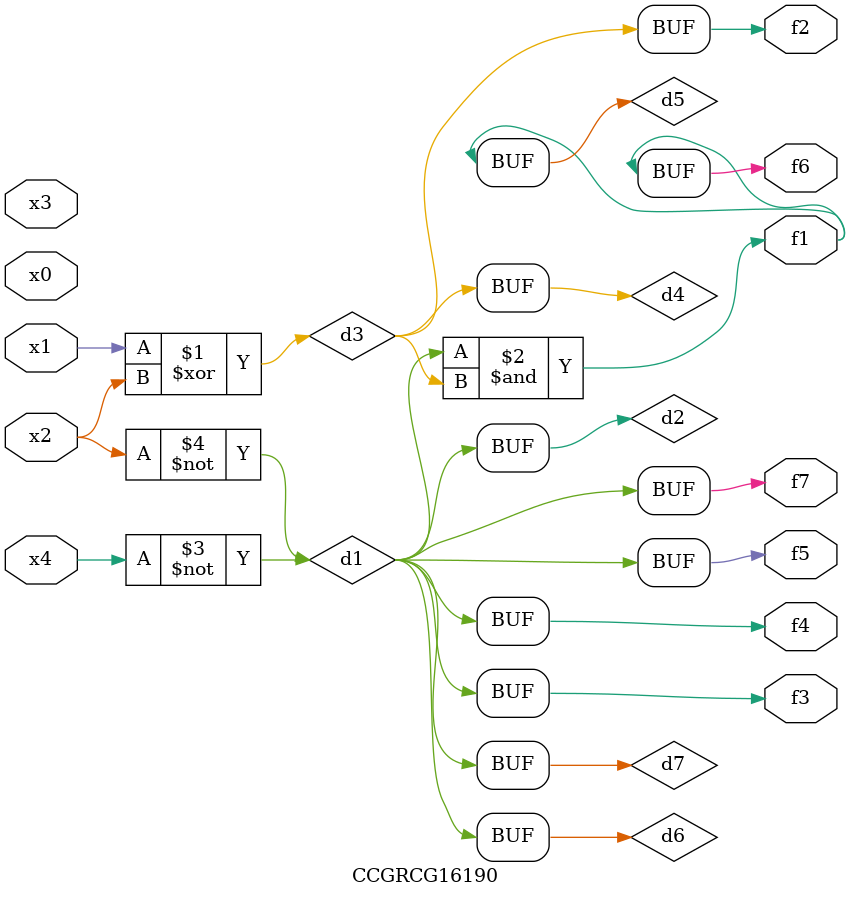
<source format=v>
module CCGRCG16190(
	input x0, x1, x2, x3, x4,
	output f1, f2, f3, f4, f5, f6, f7
);

	wire d1, d2, d3, d4, d5, d6, d7;

	not (d1, x4);
	not (d2, x2);
	xor (d3, x1, x2);
	buf (d4, d3);
	and (d5, d1, d3);
	buf (d6, d1, d2);
	buf (d7, d2);
	assign f1 = d5;
	assign f2 = d4;
	assign f3 = d7;
	assign f4 = d7;
	assign f5 = d7;
	assign f6 = d5;
	assign f7 = d7;
endmodule

</source>
